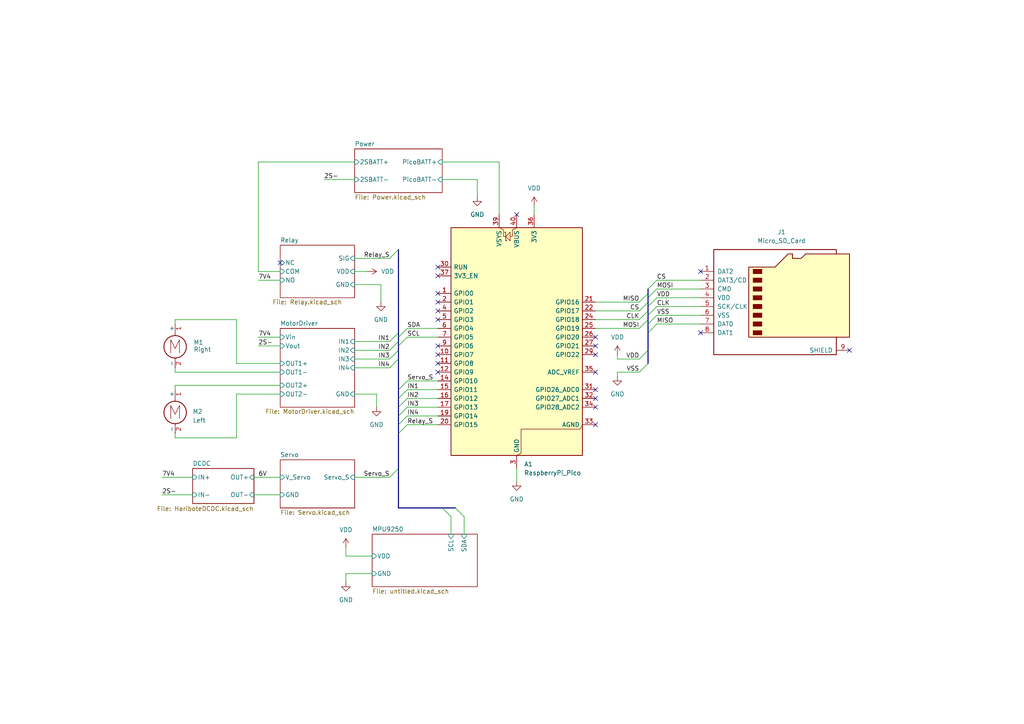
<source format=kicad_sch>
(kicad_sch (version 20250114) (generator "eeschema") (generator_version "9.0")
  (paper "A4")
  (lib_symbols
    (symbol "Connector:Micro_SD_Card" (pin_names (offset 1.016))
      (property "Reference" "J1" (at 0.635 19.05 0))
      (property "Value" "Micro_SD_Card" (at 0.635 16.51 0))
      (symbol "Micro_SD_Card_0_1"
        (polyline (pts (xy -8.89 -11.43) (xy -8.89 8.89) (xy -1.27 8.89) (xy 2.54 12.7) (xy 3.81 12.7) (xy 3.81 11.43) (xy 6.35 11.43) (xy 7.62 12.7) (xy 20.32 12.7) (xy 20.32 -11.43) (xy -8.89 -11.43)) (stroke (width 0.254)) (fill (type background)))
        (rectangle (start -7.62 8.255) (end -5.08 6.985) (fill (type outline)))
        (rectangle (start -7.62 5.715) (end -5.08 4.445) (fill (type outline)))
        (rectangle (start -7.62 3.175) (end -5.08 1.905) (fill (type outline)))
        (rectangle (start -7.62 0.635) (end -5.08 -0.635) (fill (type outline)))
        (rectangle (start -7.62 -1.905) (end -5.08 -3.175) (fill (type outline)))
        (rectangle (start -7.62 -4.445) (end -5.08 -5.715) (fill (type outline)))
        (rectangle (start -7.62 -6.985) (end -5.08 -8.255) (fill (type outline)))
        (rectangle (start -7.62 -9.525) (end -5.08 -10.795) (fill (type outline)))
        (polyline (pts (xy 16.51 12.7) (xy 16.51 13.97) (xy -19.05 13.97) (xy -19.05 -16.51) (xy 16.51 -16.51) (xy 16.51 -11.43)) (stroke (width 0.254)))
      )
      (symbol "Micro_SD_Card_1_1"
        (pin bidirectional line (at -22.86 7.62 0) (length 3.81) (name "DAT2") (number "1"))
        (pin bidirectional line (at -22.86 5.08 0) (length 3.81) (name "DAT3/CD") (number "2"))
        (pin input line (at -22.86 2.54 0) (length 3.81) (name "CMD") (number "3"))
        (pin power_in line (at -22.86 0 0) (length 3.81) (name "VDD") (number "4"))
        (pin input line (at -22.86 -2.54 0) (length 3.81) (name "SCK/CLK") (number "5"))
        (pin power_in line (at -22.86 -5.08 0) (length 3.81) (name "VSS") (number "6"))
        (pin bidirectional line (at -22.86 -7.62 0) (length 3.81) (name "DAT0") (number "7"))
        (pin bidirectional line (at -22.86 -10.16 0) (length 3.81) (name "DAT1") (number "8"))
        (pin passive line (at 20.32 -15.24 180) (length 3.81) (name "SHIELD") (number "9"))
      )
    )
    (symbol "MCU_Module:RaspberryPi_Pico" (pin_names (offset 0.762))
      (property "Reference" "A" (at -19.05 35.56 0))
      (property "Value" "RaspberryPi_Pico" (at 7.62 35.56 0))
      (symbol "RaspberryPi_Pico_0_1"
        (rectangle (start -19.05 34.29) (end 19.05 -31.75) (stroke (width 0.254)) (fill (type background)))
        (polyline (pts (xy -5.08 34.29) (xy -3.81 33.655) (xy -3.81 31.75) (xy -3.175 31.75)))
        (polyline (pts (xy -3.429 32.766) (xy -3.429 33.02) (xy -3.175 33.02) (xy -3.175 30.48) (xy -2.921 30.48) (xy -2.921 30.734)))
        (polyline (pts (xy -3.175 31.75) (xy -1.905 33.02) (xy -1.905 30.48) (xy -3.175 31.75)))
        (polyline (pts (xy 0 34.29) (xy -1.27 33.655) (xy -1.27 31.75) (xy -1.905 31.75)))
        (polyline (pts (xy 0 -31.75) (xy 1.27 -31.115) (xy 1.27 -24.13) (xy 18.415 -24.13) (xy 19.05 -22.86)))
      )
      (symbol "RaspberryPi_Pico_1_1"
        (pin passive line (at -22.86 22.86 0) (length 3.81) (name "RUN") (number "30"))
        (pin passive line (at -22.86 20.32 0) (length 3.81) (name "3V3_EN") (number "37"))
        (pin bidirectional line (at -22.86 15.24 0) (length 3.81) (name "GPIO0") (number "1"))
        (pin bidirectional line (at -22.86 12.7 0) (length 3.81) (name "GPIO1") (number "2"))
        (pin bidirectional line (at -22.86 10.16 0) (length 3.81) (name "GPIO2") (number "4"))
        (pin bidirectional line (at -22.86 7.62 0) (length 3.81) (name "GPIO3") (number "5"))
        (pin bidirectional line (at -22.86 5.08 0) (length 3.81) (name "GPIO4") (number "6"))
        (pin bidirectional line (at -22.86 2.54 0) (length 3.81) (name "GPIO5") (number "7"))
        (pin bidirectional line (at -22.86 0 0) (length 3.81) (name "GPIO6") (number "9"))
        (pin bidirectional line (at -22.86 -2.54 0) (length 3.81) (name "GPIO7") (number "10"))
        (pin bidirectional line (at -22.86 -5.08 0) (length 3.81) (name "GPIO8") (number "11"))
        (pin bidirectional line (at -22.86 -7.62 0) (length 3.81) (name "GPIO9") (number "12"))
        (pin bidirectional line (at -22.86 -10.16 0) (length 3.81) (name "GPIO10") (number "14"))
        (pin bidirectional line (at -22.86 -12.7 0) (length 3.81) (name "GPIO11") (number "15"))
        (pin bidirectional line (at -22.86 -15.24 0) (length 3.81) (name "GPIO12") (number "16"))
        (pin bidirectional line (at -22.86 -17.78 0) (length 3.81) (name "GPIO13") (number "17"))
        (pin bidirectional line (at -22.86 -20.32 0) (length 3.81) (name "GPIO14") (number "19"))
        (pin bidirectional line (at -22.86 -22.86 0) (length 3.81) (name "GPIO15") (number "20"))
        (pin power_in line (at -5.08 38.1 270) (length 3.81) (name "VSYS") (number "39"))
        (pin power_out line (at 0 38.1 270) (length 3.81) (name "VBUS") (number "40"))
        (pin passive line (at 0 -35.56 90) (length 3.81) (hide yes) (name "GND") (number "13"))
        (pin passive line (at 0 -35.56 90) (length 3.81) (hide yes) (name "GND") (number "18"))
        (pin passive line (at 0 -35.56 90) (length 3.81) (hide yes) (name "GND") (number "23"))
        (pin passive line (at 0 -35.56 90) (length 3.81) (hide yes) (name "GND") (number "28"))
        (pin power_out line (at 0 -35.56 90) (length 3.81) (name "GND") (number "3"))
        (pin passive line (at 0 -35.56 90) (length 3.81) (hide yes) (name "GND") (number "38"))
        (pin passive line (at 0 -35.56 90) (length 3.81) (hide yes) (name "GND") (number "8"))
        (pin power_out line (at 5.08 38.1 270) (length 3.81) (name "3V3") (number "36"))
        (pin bidirectional line (at 22.86 12.7 180) (length 3.81) (name "GPIO16") (number "21"))
        (pin bidirectional line (at 22.86 10.16 180) (length 3.81) (name "GPIO17") (number "22"))
        (pin bidirectional line (at 22.86 7.62 180) (length 3.81) (name "GPIO18") (number "24"))
        (pin bidirectional line (at 22.86 5.08 180) (length 3.81) (name "GPIO19") (number "25"))
        (pin bidirectional line (at 22.86 2.54 180) (length 3.81) (name "GPIO20") (number "26"))
        (pin bidirectional line (at 22.86 0 180) (length 3.81) (name "GPIO21") (number "27"))
        (pin bidirectional line (at 22.86 -2.54 180) (length 3.81) (name "GPIO22") (number "29"))
        (pin power_in line (at 22.86 -7.62 180) (length 3.81) (name "ADC_VREF") (number "35"))
        (pin bidirectional line (at 22.86 -12.7 180) (length 3.81) (name "GPIO26_ADC0") (number "31"))
        (pin bidirectional line (at 22.86 -15.24 180) (length 3.81) (name "GPIO27_ADC1") (number "32"))
        (pin bidirectional line (at 22.86 -17.78 180) (length 3.81) (name "GPIO28_ADC2") (number "34"))
        (pin power_out line (at 22.86 -22.86 180) (length 3.81) (name "AGND") (number "33"))
      )
    )
    (symbol "Motor:Motor_DC" (pin_names (offset 0))
      (property "Reference" "M" (at 2.54 2.54 0))
      (property "Value" "Motor_DC" (at 2.54 -5.08 0))
      (symbol "Motor_DC_0_0"
        (polyline (pts (xy -1.27 -3.302) (xy -1.27 0.508) (xy 0 -2.032) (xy 1.27 0.508) (xy 1.27 -3.302)))
      )
      (symbol "Motor_DC_0_1"
        (polyline (pts (xy 0 2.032) (xy 0 2.54)))
        (polyline (pts (xy 0 1.7272) (xy 0 2.0828)))
        (circle (center 0 -1.524) (radius 3.2512) (stroke (width 0.254)))
        (polyline (pts (xy 0 -4.7752) (xy 0 -5.1816)))
        (polyline (pts (xy 0 -7.62) (xy 0 -7.112)))
      )
      (symbol "Motor_DC_1_1"
        (pin passive line (at 0 5.08 270) (length 2.54) (name "+") (number "1"))
        (pin passive line (at 0 -7.62 90) (length 2.54) (name "-") (number "2"))
      )
    )
    (symbol "power:GND" (power) (pin_numbers (hide yes)) (pin_names (offset 0) (hide yes))
      (property "Value" "GND" (at 0 -3.81 0))
      (symbol "GND_0_1"
        (polyline (pts (xy 0 0) (xy 0 -1.27) (xy 1.27 -1.27) (xy 0 -2.54) (xy -1.27 -1.27) (xy 0 -1.27)))
      )
      (symbol "GND_1_1"
        (pin power_in line (at 0 0 270) (length 0) (name "~") (number "1"))
      )
    )
    (symbol "power:VDD" (power) (pin_numbers (hide yes)) (pin_names (offset 0) (hide yes))
      (property "Value" "VDD" (at 0 3.556 0))
      (symbol "VDD_0_1"
        (polyline (pts (xy -0.762 1.27) (xy 0 2.54)))
        (polyline (pts (xy 0 2.54) (xy 0.762 1.27)))
        (polyline (pts (xy 0 0) (xy 0 2.54)))
      )
      (symbol "VDD_1_1"
        (pin power_in line (at 0 0 90) (length 0) (name "~") (number "1"))
      )
    )
  )
  (no_connect (at 246.38 101.6))
  (no_connect (at 172.72 123.19))
  (no_connect (at 127 85.09))
  (no_connect (at 127 102.87))
  (no_connect (at 172.72 97.79))
  (no_connect (at 172.72 100.33))
  (no_connect (at 172.72 107.95))
  (no_connect (at 127 100.33))
  (no_connect (at 172.72 115.57))
  (no_connect (at 203.2 96.52))
  (no_connect (at 172.72 102.87))
  (no_connect (at 127 107.95))
  (no_connect (at 127 80.01))
  (no_connect (at 127 90.17))
  (no_connect (at 127 87.63))
  (no_connect (at 172.72 113.03))
  (no_connect (at 127 77.47))
  (no_connect (at 81.28 76.2))
  (no_connect (at 203.2 78.74))
  (no_connect (at 172.72 118.11))
  (no_connect (at 127 105.41))
  (no_connect (at 127 92.71))
  (no_connect (at 149.86 62.23))
  (bus_entry (at 187.96 87.63) (size -2.54 2.54))
  (bus_entry (at 187.96 86.36) (size 2.54 -2.54))
  (bus_entry (at 187.96 88.9) (size 2.54 -2.54))
  (bus_entry (at 187.96 91.44) (size 2.54 -2.54))
  (bus_entry (at 132.08 147.32) (size 2.54 2.54))
  (bus_entry (at 115.57 125.73) (size 2.54 -2.54))
  (bus_entry (at 115.57 100.33) (size 2.54 -2.54))
  (bus_entry (at 115.57 115.57) (size 2.54 -2.54))
  (bus_entry (at 115.57 101.6) (size -2.54 2.54))
  (bus_entry (at 128.27 147.32) (size 2.54 2.54))
  (bus_entry (at 115.57 72.39) (size -2.54 2.54))
  (bus_entry (at 187.96 85.09) (size -2.54 2.54))
  (bus_entry (at 115.57 104.14) (size -2.54 2.54))
  (bus_entry (at 187.96 83.82) (size 2.54 -2.54))
  (bus_entry (at 115.57 118.11) (size 2.54 -2.54))
  (bus_entry (at 115.57 123.19) (size 2.54 -2.54))
  (bus_entry (at 187.96 90.17) (size -2.54 2.54))
  (bus_entry (at 115.57 99.06) (size -2.54 2.54))
  (bus_entry (at 115.57 96.52) (size -2.54 2.54))
  (bus_entry (at 115.57 120.65) (size 2.54 -2.54))
  (bus_entry (at 187.96 105.41) (size -2.54 2.54))
  (bus_entry (at 187.96 92.71) (size -2.54 2.54))
  (bus_entry (at 115.57 135.89) (size -2.54 2.54))
  (bus_entry (at 115.57 97.79) (size 2.54 -2.54))
  (bus_entry (at 187.96 96.52) (size 2.54 -2.54))
  (bus_entry (at 187.96 101.6) (size -2.54 2.54))
  (bus_entry (at 115.57 113.03) (size 2.54 -2.54))
  (bus_entry (at 187.96 93.98) (size 2.54 -2.54))
  (wire (pts (xy 74.93 81.28) (xy 81.28 81.28)))
  (bus (pts (xy 115.57 113.03) (xy 115.57 115.57)))
  (wire (pts (xy 50.8 111.76) (xy 81.28 111.76)))
  (bus (pts (xy 115.57 96.52) (xy 115.57 97.79)))
  (wire (pts (xy 68.58 127) (xy 68.58 114.3)))
  (wire (pts (xy 81.28 78.74) (xy 74.93 78.74)))
  (bus (pts (xy 187.96 87.63) (xy 187.96 88.9)))
  (wire (pts (xy 172.72 92.71) (xy 185.42 92.71)))
  (wire (pts (xy 190.5 91.44) (xy 203.2 91.44)))
  (wire (pts (xy 102.87 82.55) (xy 110.49 82.55)))
  (wire (pts (xy 172.72 95.25) (xy 185.42 95.25)))
  (wire (pts (xy 118.11 123.19) (xy 127 123.19)))
  (wire (pts (xy 102.87 106.68) (xy 113.03 106.68)))
  (bus (pts (xy 187.96 101.6) (xy 187.96 105.41)))
  (wire (pts (xy 110.49 82.55) (xy 110.49 87.63)))
  (bus (pts (xy 115.57 99.06) (xy 115.57 100.33)))
  (bus (pts (xy 115.57 123.19) (xy 115.57 125.73)))
  (wire (pts (xy 118.11 120.65) (xy 127 120.65)))
  (wire (pts (xy 102.87 46.99) (xy 74.93 46.99)))
  (bus (pts (xy 115.57 135.89) (xy 115.57 147.32)))
  (wire (pts (xy 50.8 127) (xy 50.8 125.73)))
  (bus (pts (xy 115.57 101.6) (xy 115.57 104.14)))
  (wire (pts (xy 102.87 101.6) (xy 113.03 101.6)))
  (wire (pts (xy 118.11 110.49) (xy 127 110.49)))
  (bus (pts (xy 115.57 120.65) (xy 115.57 123.19)))
  (wire (pts (xy 107.95 161.29) (xy 100.33 161.29)))
  (bus (pts (xy 128.27 147.32) (xy 132.08 147.32)))
  (wire (pts (xy 107.95 166.37) (xy 100.33 166.37)))
  (wire (pts (xy 73.66 143.51) (xy 81.28 143.51)))
  (wire (pts (xy 185.42 104.14) (xy 179.07 104.14)))
  (bus (pts (xy 187.96 93.98) (xy 187.96 96.52)))
  (wire (pts (xy 172.72 87.63) (xy 185.42 87.63)))
  (bus (pts (xy 115.57 100.33) (xy 115.57 101.6)))
  (wire (pts (xy 190.5 93.98) (xy 203.2 93.98)))
  (wire (pts (xy 128.27 52.07) (xy 138.43 52.07)))
  (wire (pts (xy 109.22 114.3) (xy 109.22 118.11)))
  (wire (pts (xy 118.11 118.11) (xy 127 118.11)))
  (wire (pts (xy 68.58 105.41) (xy 81.28 105.41)))
  (wire (pts (xy 130.81 149.86) (xy 130.81 154.94)))
  (wire (pts (xy 102.87 78.74) (xy 106.68 78.74)))
  (wire (pts (xy 50.8 107.95) (xy 81.28 107.95)))
  (bus (pts (xy 187.96 86.36) (xy 187.96 87.63)))
  (bus (pts (xy 187.96 96.52) (xy 187.96 101.6)))
  (bus (pts (xy 115.57 115.57) (xy 115.57 118.11)))
  (wire (pts (xy 138.43 52.07) (xy 138.43 57.15)))
  (wire (pts (xy 149.86 139.7) (xy 149.86 135.89)))
  (wire (pts (xy 118.11 115.57) (xy 127 115.57)))
  (wire (pts (xy 100.33 158.75) (xy 100.33 161.29)))
  (wire (pts (xy 74.93 100.33) (xy 81.28 100.33)))
  (bus (pts (xy 187.96 90.17) (xy 187.96 91.44)))
  (wire (pts (xy 68.58 114.3) (xy 81.28 114.3)))
  (bus (pts (xy 115.57 97.79) (xy 115.57 99.06)))
  (bus (pts (xy 187.96 92.71) (xy 187.96 93.98)))
  (wire (pts (xy 50.8 92.71) (xy 68.58 92.71)))
  (wire (pts (xy 179.07 107.95) (xy 185.42 107.95)))
  (wire (pts (xy 190.5 88.9) (xy 203.2 88.9)))
  (wire (pts (xy 102.87 104.14) (xy 113.03 104.14)))
  (wire (pts (xy 118.11 97.79) (xy 127 97.79)))
  (wire (pts (xy 102.87 99.06) (xy 113.03 99.06)))
  (bus (pts (xy 115.57 147.32) (xy 128.27 147.32)))
  (wire (pts (xy 102.87 74.93) (xy 113.03 74.93)))
  (wire (pts (xy 100.33 166.37) (xy 100.33 168.91)))
  (wire (pts (xy 50.8 92.71) (xy 50.8 93.98)))
  (wire (pts (xy 102.87 114.3) (xy 109.22 114.3)))
  (wire (pts (xy 74.93 97.79) (xy 81.28 97.79)))
  (wire (pts (xy 118.11 95.25) (xy 127 95.25)))
  (wire (pts (xy 190.5 81.28) (xy 203.2 81.28)))
  (wire (pts (xy 50.8 127) (xy 68.58 127)))
  (bus (pts (xy 187.96 85.09) (xy 187.96 86.36)))
  (wire (pts (xy 190.5 86.36) (xy 203.2 86.36)))
  (wire (pts (xy 134.62 149.86) (xy 134.62 154.94)))
  (wire (pts (xy 154.94 59.69) (xy 154.94 62.23)))
  (wire (pts (xy 190.5 83.82) (xy 203.2 83.82)))
  (wire (pts (xy 179.07 102.87) (xy 179.07 104.14)))
  (wire (pts (xy 50.8 113.03) (xy 50.8 111.76)))
  (bus (pts (xy 115.57 104.14) (xy 115.57 113.03)))
  (wire (pts (xy 118.11 113.03) (xy 127 113.03)))
  (wire (pts (xy 50.8 106.68) (xy 50.8 107.95)))
  (wire (pts (xy 68.58 92.71) (xy 68.58 105.41)))
  (bus (pts (xy 187.96 88.9) (xy 187.96 90.17)))
  (wire (pts (xy 93.98 52.07) (xy 102.87 52.07)))
  (bus (pts (xy 115.57 118.11) (xy 115.57 120.65)))
  (wire (pts (xy 102.87 138.43) (xy 113.03 138.43)))
  (wire (pts (xy 128.27 46.99) (xy 144.78 46.99)))
  (wire (pts (xy 172.72 90.17) (xy 185.42 90.17)))
  (bus (pts (xy 115.57 135.89) (xy 115.57 125.73)))
  (wire (pts (xy 73.66 138.43) (xy 81.28 138.43)))
  (wire (pts (xy 179.07 109.22) (xy 179.07 107.95)))
  (bus (pts (xy 187.96 91.44) (xy 187.96 92.71)))
  (bus (pts (xy 115.57 72.39) (xy 115.57 96.52)))
  (wire (pts (xy 46.99 143.51) (xy 55.88 143.51)))
  (bus (pts (xy 187.96 83.82) (xy 187.96 85.09)))
  (wire (pts (xy 46.99 138.43) (xy 55.88 138.43)))
  (wire (pts (xy 74.93 46.99) (xy 74.93 78.74)))
  (wire (pts (xy 144.78 46.99) (xy 144.78 62.23)))
  (label "VSS" (at 185.42 107.95 180))
  (label "IN1" (at 113.03 99.06 180))
  (label "MOSI" (at 190.5 83.82 0))
  (label "Servo_S" (at 118.11 110.49 0))
  (label "VSS" (at 190.5 91.44 0))
  (label "IN2" (at 113.03 101.6 180))
  (label "7V4" (at 74.93 97.79 0))
  (label "2S-" (at 46.99 143.51 0))
  (label "SCL" (at 118.11 97.79 0))
  (label "VDD" (at 190.5 86.36 0))
  (label "CS" (at 190.5 81.28 0))
  (label "IN3" (at 113.03 104.14 180))
  (label "MOSI" (at 185.42 95.25 180))
  (label "MISO" (at 185.42 87.63 180))
  (label "CS" (at 185.42 90.17 180))
  (label "CLK" (at 185.42 92.71 180))
  (label "2S-" (at 74.93 100.33 0))
  (label "MISO" (at 190.5 93.98 0))
  (label "CLK" (at 190.5 88.9 0))
  (label "Relay_S" (at 113.03 74.93 180))
  (label "IN1" (at 118.11 113.03 0))
  (label "IN2" (at 118.11 115.57 0))
  (label "IN3" (at 118.11 118.11 0))
  (label "IN4" (at 118.11 120.65 0))
  (label "7V4" (at 74.93 81.28 0))
  (label "VDD" (at 185.42 104.14 180))
  (label "SDA" (at 118.11 95.25 0))
  (label "6V" (at 74.93 138.43 0))
  (label "IN4" (at 113.03 106.68 180))
  (label "Servo_S" (at 113.03 138.43 180))
  (label "7V4" (at 46.99 138.43 0))
  (label "Relay_S" (at 118.11 123.19 0))
  (label "2S-" (at 93.98 52.07 0))
  (symbol (lib_id "Motor:Motor_DC") (at 50.8 118.11 0) (unit 1)
    (property "Reference" "M2" (at 55.88 119.3799 0) (effects (justify left)))
    (property "Value" "Left" (at 55.88 121.9199 0) (effects (justify left)))
    (property "Description" "DC Motor" (effects (hide yes)))
  )
  (symbol (lib_id "Motor:Motor_DC") (at 50.8 99.06 0) (unit 1)
    (property "Reference" "M1" (at 56.134 99.314 0) (effects (justify left)))
    (property "Value" "Right" (at 56.134 101.346 0) (effects (justify left)))
    (property "Description" "DC Motor" (effects (hide yes)))
  )
  (symbol (lib_id "MCU_Module:RaspberryPi_Pico") (at 149.86 100.33 0) (unit 1)
    (property "Reference" "A1" (at 152.0033 134.62 0) (effects (justify left)))
    (property "Value" "RaspberryPi_Pico" (at 152.0033 137.16 0) (effects (justify left)))
    (property "Footprint" "Module:RaspberryPi_Pico_Common_Unspecified" (effects (hide yes)))
    (property "Datasheet" "https://datasheets.raspberrypi.com/pico/pico-datasheet.pdf" (effects (hide yes)))
    (property "Description" "Versatile and inexpensive microcontroller module powered by RP2040 dual-core Arm Cortex-M0+ processor up to 133 MHz, 264kB SRAM, 2MB QSPI flash; also supports Raspberry Pi Pico 2" (effects (hide yes)))
  )
  (symbol (lib_id "power:GND") (at 100.33 168.91 0) (unit 1)
    (property "Reference" "#PWR010" (effects (hide yes)))
    (property "Value" "GND" (at 100.33 173.99 0))
    (property "Description" "Power symbol creates a global label with name \"GND\" , ground" (effects (hide yes)))
  )
  (symbol (lib_id "power:VDD") (at 100.33 158.75 0) (unit 1)
    (property "Reference" "#PWR09" (effects (hide yes)))
    (property "Value" "VDD" (at 100.33 153.67 0))
    (property "Description" "Power symbol creates a global label with name \"VDD\"" (effects (hide yes)))
  )
  (symbol (lib_id "power:GND") (at 109.22 118.11 0) (unit 1)
    (property "Reference" "#PWR07" (effects (hide yes)))
    (property "Value" "GND" (at 109.22 123.19 0))
    (property "Description" "Power symbol creates a global label with name \"GND\" , ground" (effects (hide yes)))
  )
  (symbol (lib_id "power:GND") (at 179.07 109.22 0) (unit 1)
    (property "Reference" "#PWR08" (effects (hide yes)))
    (property "Value" "GND" (at 179.07 114.3 0))
    (property "Description" "Power symbol creates a global label with name \"GND\" , ground" (effects (hide yes)))
  )
  (symbol (lib_id "Connector:Micro_SD_Card") (at 226.06 86.36 0) (unit 1)
    (property "Reference" "J1" (at 226.695 67.31 0))
    (property "Value" "Micro_SD_Card" (at 226.695 69.85 0))
    (property "Datasheet" "https://www.we-online.com/components/products/datasheet/693072010801.pdf" (effects (hide yes)))
    (property "Description" "Micro SD Card Socket" (effects (hide yes)))
  )
  (symbol (lib_id "power:GND") (at 138.43 57.15 0) (unit 1)
    (property "Reference" "#PWR01" (effects (hide yes)))
    (property "Value" "GND" (at 138.43 62.23 0))
    (property "Description" "Power symbol creates a global label with name \"GND\" , ground" (effects (hide yes)))
  )
  (symbol (lib_id "power:VDD") (at 179.07 102.87 0) (unit 1)
    (property "Reference" "#PWR02" (effects (hide yes)))
    (property "Value" "VDD" (at 179.07 97.79 0))
    (property "Description" "Power symbol creates a global label with name \"VDD\"" (effects (hide yes)))
  )
  (symbol (lib_id "power:VDD") (at 154.94 59.69 0) (unit 1)
    (property "Reference" "#PWR03" (effects (hide yes)))
    (property "Value" "VDD" (at 154.94 54.61 0))
    (property "Description" "Power symbol creates a global label with name \"VDD\"" (effects (hide yes)))
  )
  (symbol (lib_id "power:VDD") (at 106.68 78.74 270) (unit 1)
    (property "Reference" "#PWR04" (effects (hide yes)))
    (property "Value" "VDD" (at 110.49 78.7399 90) (effects (justify left)))
    (property "Description" "Power symbol creates a global label with name \"VDD\"" (effects (hide yes)))
  )
  (symbol (lib_id "power:GND") (at 110.49 87.63 0) (unit 1)
    (property "Reference" "#PWR05" (effects (hide yes)))
    (property "Value" "GND" (at 110.49 92.71 0))
    (property "Description" "Power symbol creates a global label with name \"GND\" , ground" (effects (hide yes)))
  )
  (symbol (lib_id "power:GND") (at 149.86 139.7 0) (unit 1)
    (property "Reference" "#PWR06" (effects (hide yes)))
    (property "Value" "GND" (at 149.86 144.78 0))
    (property "Description" "Power symbol creates a global label with name \"GND\" , ground" (effects (hide yes)))
  )
  (sheet (at 102.87 43.18) (size 25.4 12.7) (stroke (width 0.1524))
    (property "Sheetname" "Power" (at 102.87 42.4684 0) (effects (justify left bottom)))
    (property "Sheetfile" "Power.kicad_sch" (at 102.87 56.4646 0) (effects (justify left top)))
    (pin "2SBATT+" input (at 102.87 46.99 180))
    (pin "2SBATT-" input (at 102.87 52.07 180))
    (pin "PicoBATT+" input (at 128.27 46.99 0))
    (pin "PicoBATT-" input (at 128.27 52.07 0))
  )
  (sheet (at 81.28 95.25) (size 21.59 22.86) (stroke (width 0.1524))
    (property "Sheetname" "MotorDriver" (at 81.28 94.5384 0) (effects (justify left bottom)))
    (property "Sheetfile" "MotorDriver.kicad_sch" (at 76.962 118.618 0) (effects (justify left top)))
    (pin "GND" input (at 102.87 114.3 0))
    (pin "IN1" input (at 102.87 99.06 0))
    (pin "IN2" input (at 102.87 101.6 0))
    (pin "IN3" input (at 102.87 104.14 0))
    (pin "IN4" input (at 102.87 106.68 0))
    (pin "OUT1+" input (at 81.28 105.41 180))
    (pin "OUT1-" input (at 81.28 107.95 180))
    (pin "OUT2+" input (at 81.28 111.76 180))
    (pin "OUT2-" input (at 81.28 114.3 180))
    (pin "Vin" input (at 81.28 97.79 180))
    (pin "Vout" input (at 81.28 100.33 180))
  )
  (sheet (at 81.28 71.12) (size 21.59 15.24) (stroke (width 0.1524))
    (property "Sheetname" "Relay" (at 81.28 70.4084 0) (effects (justify left bottom)))
    (property "Sheetfile" "Relay.kicad_sch" (at 78.994 86.868 0) (effects (justify left top)))
    (pin "COM" input (at 81.28 78.74 180))
    (pin "GND" input (at 102.87 82.55 0))
    (pin "NC" input (at 81.28 76.2 180))
    (pin "NO" input (at 81.28 81.28 180))
    (pin "SIG" input (at 102.87 74.93 0))
    (pin "VDD" input (at 102.87 78.74 0))
  )
  (sheet (at 55.88 135.89) (size 17.78 10.16) (stroke (width 0.1524))
    (property "Sheetname" "DCDC" (at 55.88 135.1784 0) (effects (justify left bottom)))
    (property "Sheetfile" "HariboteDCDC.kicad_sch" (at 45.466 146.812 0) (effects (justify left top)))
    (pin "IN+" input (at 55.88 138.43 180))
    (pin "IN-" input (at 55.88 143.51 180))
    (pin "OUT+" input (at 73.66 138.43 0))
    (pin "OUT-" input (at 73.66 143.51 0))
  )
  (sheet (at 81.28 133.35) (size 21.59 13.97) (stroke (width 0.1524))
    (property "Sheetname" "Servo" (at 81.28 132.6384 0) (effects (justify left bottom)))
    (property "Sheetfile" "Servo.kicad_sch" (at 81.28 147.9046 0) (effects (justify left top)))
    (pin "GND" input (at 81.28 143.51 180))
    (pin "Servo_S" input (at 102.87 138.43 0))
    (pin "V_Servo" input (at 81.28 138.43 180))
  )
  (sheet (at 107.95 154.94) (size 30.48 15.24) (stroke (width 0.1524))
    (property "Sheetname" "MPU9250" (at 107.95 154.2284 0) (effects (justify left bottom)))
    (property "Sheetfile" "untitled.kicad_sch" (at 107.95 170.7646 0) (effects (justify left top)))
    (pin "GND" input (at 107.95 166.37 180))
    (pin "SCL" input (at 130.81 154.94 90))
    (pin "SDA" input (at 134.62 154.94 90))
    (pin "VDD" input (at 107.95 161.29 180))
  )
)
</source>
